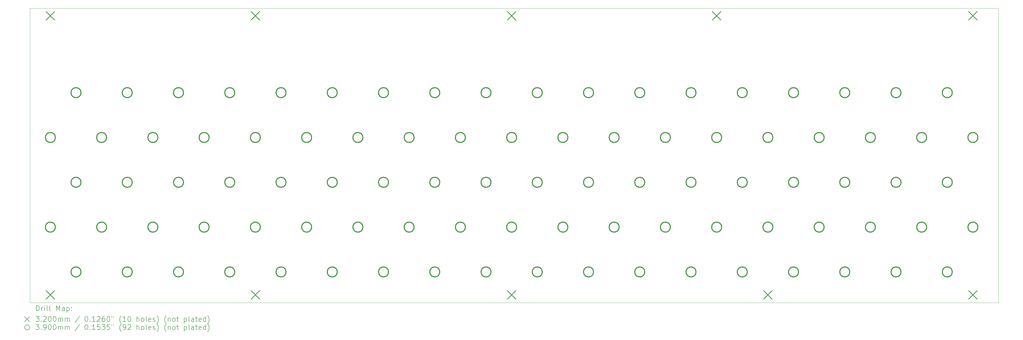
<source format=gbr>
%TF.GenerationSoftware,KiCad,Pcbnew,6.0.11+dfsg-1*%
%TF.CreationDate,2025-04-19T12:41:36+02:00*%
%TF.ProjectId,AkkordeonDiskant,416b6b6f-7264-4656-9f6e-4469736b616e,rev?*%
%TF.SameCoordinates,Original*%
%TF.FileFunction,Drillmap*%
%TF.FilePolarity,Positive*%
%FSLAX45Y45*%
G04 Gerber Fmt 4.5, Leading zero omitted, Abs format (unit mm)*
G04 Created by KiCad (PCBNEW 6.0.11+dfsg-1) date 2025-04-19 12:41:36*
%MOMM*%
%LPD*%
G01*
G04 APERTURE LIST*
%ADD10C,0.100000*%
%ADD11C,0.200000*%
%ADD12C,0.320000*%
%ADD13C,0.390000*%
G04 APERTURE END LIST*
D10*
X2200000Y-11700000D02*
X40000000Y-11700000D01*
X40000000Y-11700000D02*
X40000000Y-23200000D01*
X40000000Y-23200000D02*
X2200000Y-23200000D01*
X2200000Y-23200000D02*
X2200000Y-11700000D01*
D11*
D12*
X2840000Y-11840000D02*
X3160000Y-12160000D01*
X3160000Y-11840000D02*
X2840000Y-12160000D01*
X2840000Y-22740000D02*
X3160000Y-23060000D01*
X3160000Y-22740000D02*
X2840000Y-23060000D01*
X10840000Y-11840000D02*
X11160000Y-12160000D01*
X11160000Y-11840000D02*
X10840000Y-12160000D01*
X10840000Y-22740000D02*
X11160000Y-23060000D01*
X11160000Y-22740000D02*
X10840000Y-23060000D01*
X20840000Y-11840000D02*
X21160000Y-12160000D01*
X21160000Y-11840000D02*
X20840000Y-12160000D01*
X20840000Y-22740000D02*
X21160000Y-23060000D01*
X21160000Y-22740000D02*
X20840000Y-23060000D01*
X28840000Y-11840000D02*
X29160000Y-12160000D01*
X29160000Y-11840000D02*
X28840000Y-12160000D01*
X30840000Y-22740000D02*
X31160000Y-23060000D01*
X31160000Y-22740000D02*
X30840000Y-23060000D01*
X38840000Y-11840000D02*
X39160000Y-12160000D01*
X39160000Y-11840000D02*
X38840000Y-12160000D01*
X38840000Y-22740000D02*
X39160000Y-23060000D01*
X39160000Y-22740000D02*
X38840000Y-23060000D01*
D13*
X3195000Y-16750000D02*
G75*
G03*
X3195000Y-16750000I-195000J0D01*
G01*
X3195000Y-20250000D02*
G75*
G03*
X3195000Y-20250000I-195000J0D01*
G01*
X4195000Y-15000000D02*
G75*
G03*
X4195000Y-15000000I-195000J0D01*
G01*
X4195000Y-18500000D02*
G75*
G03*
X4195000Y-18500000I-195000J0D01*
G01*
X4195000Y-22000000D02*
G75*
G03*
X4195000Y-22000000I-195000J0D01*
G01*
X5195000Y-16750000D02*
G75*
G03*
X5195000Y-16750000I-195000J0D01*
G01*
X5195000Y-20250000D02*
G75*
G03*
X5195000Y-20250000I-195000J0D01*
G01*
X6195000Y-15000000D02*
G75*
G03*
X6195000Y-15000000I-195000J0D01*
G01*
X6195000Y-18500000D02*
G75*
G03*
X6195000Y-18500000I-195000J0D01*
G01*
X6195000Y-22000000D02*
G75*
G03*
X6195000Y-22000000I-195000J0D01*
G01*
X7195000Y-16750000D02*
G75*
G03*
X7195000Y-16750000I-195000J0D01*
G01*
X7195000Y-20250000D02*
G75*
G03*
X7195000Y-20250000I-195000J0D01*
G01*
X8195000Y-15000000D02*
G75*
G03*
X8195000Y-15000000I-195000J0D01*
G01*
X8195000Y-18500000D02*
G75*
G03*
X8195000Y-18500000I-195000J0D01*
G01*
X8195000Y-22000000D02*
G75*
G03*
X8195000Y-22000000I-195000J0D01*
G01*
X9195000Y-16750000D02*
G75*
G03*
X9195000Y-16750000I-195000J0D01*
G01*
X9195000Y-20250000D02*
G75*
G03*
X9195000Y-20250000I-195000J0D01*
G01*
X10195000Y-15000000D02*
G75*
G03*
X10195000Y-15000000I-195000J0D01*
G01*
X10195000Y-18500000D02*
G75*
G03*
X10195000Y-18500000I-195000J0D01*
G01*
X10195000Y-22000000D02*
G75*
G03*
X10195000Y-22000000I-195000J0D01*
G01*
X11195000Y-16750000D02*
G75*
G03*
X11195000Y-16750000I-195000J0D01*
G01*
X11195000Y-20250000D02*
G75*
G03*
X11195000Y-20250000I-195000J0D01*
G01*
X12195000Y-15000000D02*
G75*
G03*
X12195000Y-15000000I-195000J0D01*
G01*
X12195000Y-18500000D02*
G75*
G03*
X12195000Y-18500000I-195000J0D01*
G01*
X12195000Y-22000000D02*
G75*
G03*
X12195000Y-22000000I-195000J0D01*
G01*
X13195000Y-16750000D02*
G75*
G03*
X13195000Y-16750000I-195000J0D01*
G01*
X13195000Y-20250000D02*
G75*
G03*
X13195000Y-20250000I-195000J0D01*
G01*
X14195000Y-15000000D02*
G75*
G03*
X14195000Y-15000000I-195000J0D01*
G01*
X14195000Y-18500000D02*
G75*
G03*
X14195000Y-18500000I-195000J0D01*
G01*
X14195000Y-22000000D02*
G75*
G03*
X14195000Y-22000000I-195000J0D01*
G01*
X15195000Y-16750000D02*
G75*
G03*
X15195000Y-16750000I-195000J0D01*
G01*
X15195000Y-20250000D02*
G75*
G03*
X15195000Y-20250000I-195000J0D01*
G01*
X16195000Y-15000000D02*
G75*
G03*
X16195000Y-15000000I-195000J0D01*
G01*
X16195000Y-18500000D02*
G75*
G03*
X16195000Y-18500000I-195000J0D01*
G01*
X16195000Y-22000000D02*
G75*
G03*
X16195000Y-22000000I-195000J0D01*
G01*
X17195000Y-16750000D02*
G75*
G03*
X17195000Y-16750000I-195000J0D01*
G01*
X17195000Y-20250000D02*
G75*
G03*
X17195000Y-20250000I-195000J0D01*
G01*
X18195000Y-15000000D02*
G75*
G03*
X18195000Y-15000000I-195000J0D01*
G01*
X18195000Y-18500000D02*
G75*
G03*
X18195000Y-18500000I-195000J0D01*
G01*
X18195000Y-22000000D02*
G75*
G03*
X18195000Y-22000000I-195000J0D01*
G01*
X19195000Y-16750000D02*
G75*
G03*
X19195000Y-16750000I-195000J0D01*
G01*
X19195000Y-20250000D02*
G75*
G03*
X19195000Y-20250000I-195000J0D01*
G01*
X20195000Y-15000000D02*
G75*
G03*
X20195000Y-15000000I-195000J0D01*
G01*
X20195000Y-18500000D02*
G75*
G03*
X20195000Y-18500000I-195000J0D01*
G01*
X20195000Y-22000000D02*
G75*
G03*
X20195000Y-22000000I-195000J0D01*
G01*
X21195000Y-16750000D02*
G75*
G03*
X21195000Y-16750000I-195000J0D01*
G01*
X21195000Y-20250000D02*
G75*
G03*
X21195000Y-20250000I-195000J0D01*
G01*
X22195000Y-15000000D02*
G75*
G03*
X22195000Y-15000000I-195000J0D01*
G01*
X22195000Y-18500000D02*
G75*
G03*
X22195000Y-18500000I-195000J0D01*
G01*
X22195000Y-22000000D02*
G75*
G03*
X22195000Y-22000000I-195000J0D01*
G01*
X23195000Y-16750000D02*
G75*
G03*
X23195000Y-16750000I-195000J0D01*
G01*
X23195000Y-20250000D02*
G75*
G03*
X23195000Y-20250000I-195000J0D01*
G01*
X24195000Y-15000000D02*
G75*
G03*
X24195000Y-15000000I-195000J0D01*
G01*
X24195000Y-18500000D02*
G75*
G03*
X24195000Y-18500000I-195000J0D01*
G01*
X24195000Y-22000000D02*
G75*
G03*
X24195000Y-22000000I-195000J0D01*
G01*
X25195000Y-16750000D02*
G75*
G03*
X25195000Y-16750000I-195000J0D01*
G01*
X25195000Y-20250000D02*
G75*
G03*
X25195000Y-20250000I-195000J0D01*
G01*
X26195000Y-15000000D02*
G75*
G03*
X26195000Y-15000000I-195000J0D01*
G01*
X26195000Y-18500000D02*
G75*
G03*
X26195000Y-18500000I-195000J0D01*
G01*
X26195000Y-22000000D02*
G75*
G03*
X26195000Y-22000000I-195000J0D01*
G01*
X27195000Y-16750000D02*
G75*
G03*
X27195000Y-16750000I-195000J0D01*
G01*
X27195000Y-20250000D02*
G75*
G03*
X27195000Y-20250000I-195000J0D01*
G01*
X28195000Y-15000000D02*
G75*
G03*
X28195000Y-15000000I-195000J0D01*
G01*
X28195000Y-18500000D02*
G75*
G03*
X28195000Y-18500000I-195000J0D01*
G01*
X28195000Y-22000000D02*
G75*
G03*
X28195000Y-22000000I-195000J0D01*
G01*
X29195000Y-16750000D02*
G75*
G03*
X29195000Y-16750000I-195000J0D01*
G01*
X29195000Y-20250000D02*
G75*
G03*
X29195000Y-20250000I-195000J0D01*
G01*
X30195000Y-15000000D02*
G75*
G03*
X30195000Y-15000000I-195000J0D01*
G01*
X30195000Y-18500000D02*
G75*
G03*
X30195000Y-18500000I-195000J0D01*
G01*
X30195000Y-22000000D02*
G75*
G03*
X30195000Y-22000000I-195000J0D01*
G01*
X31195000Y-16750000D02*
G75*
G03*
X31195000Y-16750000I-195000J0D01*
G01*
X31195000Y-20250000D02*
G75*
G03*
X31195000Y-20250000I-195000J0D01*
G01*
X32195000Y-15000000D02*
G75*
G03*
X32195000Y-15000000I-195000J0D01*
G01*
X32195000Y-18500000D02*
G75*
G03*
X32195000Y-18500000I-195000J0D01*
G01*
X32195000Y-22000000D02*
G75*
G03*
X32195000Y-22000000I-195000J0D01*
G01*
X33195000Y-16750000D02*
G75*
G03*
X33195000Y-16750000I-195000J0D01*
G01*
X33195000Y-20250000D02*
G75*
G03*
X33195000Y-20250000I-195000J0D01*
G01*
X34195000Y-15000000D02*
G75*
G03*
X34195000Y-15000000I-195000J0D01*
G01*
X34195000Y-18500000D02*
G75*
G03*
X34195000Y-18500000I-195000J0D01*
G01*
X34195000Y-22000000D02*
G75*
G03*
X34195000Y-22000000I-195000J0D01*
G01*
X35195000Y-16750000D02*
G75*
G03*
X35195000Y-16750000I-195000J0D01*
G01*
X35195000Y-20250000D02*
G75*
G03*
X35195000Y-20250000I-195000J0D01*
G01*
X36195000Y-15000000D02*
G75*
G03*
X36195000Y-15000000I-195000J0D01*
G01*
X36195000Y-18500000D02*
G75*
G03*
X36195000Y-18500000I-195000J0D01*
G01*
X36195000Y-22000000D02*
G75*
G03*
X36195000Y-22000000I-195000J0D01*
G01*
X37195000Y-16750000D02*
G75*
G03*
X37195000Y-16750000I-195000J0D01*
G01*
X37195000Y-20250000D02*
G75*
G03*
X37195000Y-20250000I-195000J0D01*
G01*
X38195000Y-15000000D02*
G75*
G03*
X38195000Y-15000000I-195000J0D01*
G01*
X38195000Y-18500000D02*
G75*
G03*
X38195000Y-18500000I-195000J0D01*
G01*
X38195000Y-22000000D02*
G75*
G03*
X38195000Y-22000000I-195000J0D01*
G01*
X39195000Y-16750000D02*
G75*
G03*
X39195000Y-16750000I-195000J0D01*
G01*
X39195000Y-20250000D02*
G75*
G03*
X39195000Y-20250000I-195000J0D01*
G01*
D11*
X2452619Y-23515476D02*
X2452619Y-23315476D01*
X2500238Y-23315476D01*
X2528810Y-23325000D01*
X2547857Y-23344048D01*
X2557381Y-23363095D01*
X2566905Y-23401190D01*
X2566905Y-23429762D01*
X2557381Y-23467857D01*
X2547857Y-23486905D01*
X2528810Y-23505952D01*
X2500238Y-23515476D01*
X2452619Y-23515476D01*
X2652619Y-23515476D02*
X2652619Y-23382143D01*
X2652619Y-23420238D02*
X2662143Y-23401190D01*
X2671667Y-23391667D01*
X2690714Y-23382143D01*
X2709762Y-23382143D01*
X2776429Y-23515476D02*
X2776429Y-23382143D01*
X2776429Y-23315476D02*
X2766905Y-23325000D01*
X2776429Y-23334524D01*
X2785952Y-23325000D01*
X2776429Y-23315476D01*
X2776429Y-23334524D01*
X2900238Y-23515476D02*
X2881190Y-23505952D01*
X2871667Y-23486905D01*
X2871667Y-23315476D01*
X3005000Y-23515476D02*
X2985952Y-23505952D01*
X2976428Y-23486905D01*
X2976428Y-23315476D01*
X3233571Y-23515476D02*
X3233571Y-23315476D01*
X3300238Y-23458333D01*
X3366905Y-23315476D01*
X3366905Y-23515476D01*
X3547857Y-23515476D02*
X3547857Y-23410714D01*
X3538333Y-23391667D01*
X3519286Y-23382143D01*
X3481190Y-23382143D01*
X3462143Y-23391667D01*
X3547857Y-23505952D02*
X3528809Y-23515476D01*
X3481190Y-23515476D01*
X3462143Y-23505952D01*
X3452619Y-23486905D01*
X3452619Y-23467857D01*
X3462143Y-23448809D01*
X3481190Y-23439286D01*
X3528809Y-23439286D01*
X3547857Y-23429762D01*
X3643095Y-23382143D02*
X3643095Y-23582143D01*
X3643095Y-23391667D02*
X3662143Y-23382143D01*
X3700238Y-23382143D01*
X3719286Y-23391667D01*
X3728809Y-23401190D01*
X3738333Y-23420238D01*
X3738333Y-23477381D01*
X3728809Y-23496428D01*
X3719286Y-23505952D01*
X3700238Y-23515476D01*
X3662143Y-23515476D01*
X3643095Y-23505952D01*
X3824048Y-23496428D02*
X3833571Y-23505952D01*
X3824048Y-23515476D01*
X3814524Y-23505952D01*
X3824048Y-23496428D01*
X3824048Y-23515476D01*
X3824048Y-23391667D02*
X3833571Y-23401190D01*
X3824048Y-23410714D01*
X3814524Y-23401190D01*
X3824048Y-23391667D01*
X3824048Y-23410714D01*
X1995000Y-23745000D02*
X2195000Y-23945000D01*
X2195000Y-23745000D02*
X1995000Y-23945000D01*
X2433571Y-23735476D02*
X2557381Y-23735476D01*
X2490714Y-23811667D01*
X2519286Y-23811667D01*
X2538333Y-23821190D01*
X2547857Y-23830714D01*
X2557381Y-23849762D01*
X2557381Y-23897381D01*
X2547857Y-23916428D01*
X2538333Y-23925952D01*
X2519286Y-23935476D01*
X2462143Y-23935476D01*
X2443095Y-23925952D01*
X2433571Y-23916428D01*
X2643095Y-23916428D02*
X2652619Y-23925952D01*
X2643095Y-23935476D01*
X2633571Y-23925952D01*
X2643095Y-23916428D01*
X2643095Y-23935476D01*
X2728810Y-23754524D02*
X2738333Y-23745000D01*
X2757381Y-23735476D01*
X2805000Y-23735476D01*
X2824048Y-23745000D01*
X2833571Y-23754524D01*
X2843095Y-23773571D01*
X2843095Y-23792619D01*
X2833571Y-23821190D01*
X2719286Y-23935476D01*
X2843095Y-23935476D01*
X2966905Y-23735476D02*
X2985952Y-23735476D01*
X3005000Y-23745000D01*
X3014524Y-23754524D01*
X3024048Y-23773571D01*
X3033571Y-23811667D01*
X3033571Y-23859286D01*
X3024048Y-23897381D01*
X3014524Y-23916428D01*
X3005000Y-23925952D01*
X2985952Y-23935476D01*
X2966905Y-23935476D01*
X2947857Y-23925952D01*
X2938333Y-23916428D01*
X2928809Y-23897381D01*
X2919286Y-23859286D01*
X2919286Y-23811667D01*
X2928809Y-23773571D01*
X2938333Y-23754524D01*
X2947857Y-23745000D01*
X2966905Y-23735476D01*
X3157381Y-23735476D02*
X3176428Y-23735476D01*
X3195476Y-23745000D01*
X3205000Y-23754524D01*
X3214524Y-23773571D01*
X3224048Y-23811667D01*
X3224048Y-23859286D01*
X3214524Y-23897381D01*
X3205000Y-23916428D01*
X3195476Y-23925952D01*
X3176428Y-23935476D01*
X3157381Y-23935476D01*
X3138333Y-23925952D01*
X3128809Y-23916428D01*
X3119286Y-23897381D01*
X3109762Y-23859286D01*
X3109762Y-23811667D01*
X3119286Y-23773571D01*
X3128809Y-23754524D01*
X3138333Y-23745000D01*
X3157381Y-23735476D01*
X3309762Y-23935476D02*
X3309762Y-23802143D01*
X3309762Y-23821190D02*
X3319286Y-23811667D01*
X3338333Y-23802143D01*
X3366905Y-23802143D01*
X3385952Y-23811667D01*
X3395476Y-23830714D01*
X3395476Y-23935476D01*
X3395476Y-23830714D02*
X3405000Y-23811667D01*
X3424048Y-23802143D01*
X3452619Y-23802143D01*
X3471667Y-23811667D01*
X3481190Y-23830714D01*
X3481190Y-23935476D01*
X3576428Y-23935476D02*
X3576428Y-23802143D01*
X3576428Y-23821190D02*
X3585952Y-23811667D01*
X3605000Y-23802143D01*
X3633571Y-23802143D01*
X3652619Y-23811667D01*
X3662143Y-23830714D01*
X3662143Y-23935476D01*
X3662143Y-23830714D02*
X3671667Y-23811667D01*
X3690714Y-23802143D01*
X3719286Y-23802143D01*
X3738333Y-23811667D01*
X3747857Y-23830714D01*
X3747857Y-23935476D01*
X4138333Y-23725952D02*
X3966905Y-23983095D01*
X4395476Y-23735476D02*
X4414524Y-23735476D01*
X4433571Y-23745000D01*
X4443095Y-23754524D01*
X4452619Y-23773571D01*
X4462143Y-23811667D01*
X4462143Y-23859286D01*
X4452619Y-23897381D01*
X4443095Y-23916428D01*
X4433571Y-23925952D01*
X4414524Y-23935476D01*
X4395476Y-23935476D01*
X4376429Y-23925952D01*
X4366905Y-23916428D01*
X4357381Y-23897381D01*
X4347857Y-23859286D01*
X4347857Y-23811667D01*
X4357381Y-23773571D01*
X4366905Y-23754524D01*
X4376429Y-23745000D01*
X4395476Y-23735476D01*
X4547857Y-23916428D02*
X4557381Y-23925952D01*
X4547857Y-23935476D01*
X4538333Y-23925952D01*
X4547857Y-23916428D01*
X4547857Y-23935476D01*
X4747857Y-23935476D02*
X4633571Y-23935476D01*
X4690714Y-23935476D02*
X4690714Y-23735476D01*
X4671667Y-23764048D01*
X4652619Y-23783095D01*
X4633571Y-23792619D01*
X4824048Y-23754524D02*
X4833571Y-23745000D01*
X4852619Y-23735476D01*
X4900238Y-23735476D01*
X4919286Y-23745000D01*
X4928810Y-23754524D01*
X4938333Y-23773571D01*
X4938333Y-23792619D01*
X4928810Y-23821190D01*
X4814524Y-23935476D01*
X4938333Y-23935476D01*
X5109762Y-23735476D02*
X5071667Y-23735476D01*
X5052619Y-23745000D01*
X5043095Y-23754524D01*
X5024048Y-23783095D01*
X5014524Y-23821190D01*
X5014524Y-23897381D01*
X5024048Y-23916428D01*
X5033571Y-23925952D01*
X5052619Y-23935476D01*
X5090714Y-23935476D01*
X5109762Y-23925952D01*
X5119286Y-23916428D01*
X5128810Y-23897381D01*
X5128810Y-23849762D01*
X5119286Y-23830714D01*
X5109762Y-23821190D01*
X5090714Y-23811667D01*
X5052619Y-23811667D01*
X5033571Y-23821190D01*
X5024048Y-23830714D01*
X5014524Y-23849762D01*
X5252619Y-23735476D02*
X5271667Y-23735476D01*
X5290714Y-23745000D01*
X5300238Y-23754524D01*
X5309762Y-23773571D01*
X5319286Y-23811667D01*
X5319286Y-23859286D01*
X5309762Y-23897381D01*
X5300238Y-23916428D01*
X5290714Y-23925952D01*
X5271667Y-23935476D01*
X5252619Y-23935476D01*
X5233571Y-23925952D01*
X5224048Y-23916428D01*
X5214524Y-23897381D01*
X5205000Y-23859286D01*
X5205000Y-23811667D01*
X5214524Y-23773571D01*
X5224048Y-23754524D01*
X5233571Y-23745000D01*
X5252619Y-23735476D01*
X5395476Y-23735476D02*
X5395476Y-23773571D01*
X5471667Y-23735476D02*
X5471667Y-23773571D01*
X5766905Y-24011667D02*
X5757381Y-24002143D01*
X5738333Y-23973571D01*
X5728809Y-23954524D01*
X5719286Y-23925952D01*
X5709762Y-23878333D01*
X5709762Y-23840238D01*
X5719286Y-23792619D01*
X5728809Y-23764048D01*
X5738333Y-23745000D01*
X5757381Y-23716428D01*
X5766905Y-23706905D01*
X5947857Y-23935476D02*
X5833571Y-23935476D01*
X5890714Y-23935476D02*
X5890714Y-23735476D01*
X5871667Y-23764048D01*
X5852619Y-23783095D01*
X5833571Y-23792619D01*
X6071667Y-23735476D02*
X6090714Y-23735476D01*
X6109762Y-23745000D01*
X6119286Y-23754524D01*
X6128809Y-23773571D01*
X6138333Y-23811667D01*
X6138333Y-23859286D01*
X6128809Y-23897381D01*
X6119286Y-23916428D01*
X6109762Y-23925952D01*
X6090714Y-23935476D01*
X6071667Y-23935476D01*
X6052619Y-23925952D01*
X6043095Y-23916428D01*
X6033571Y-23897381D01*
X6024048Y-23859286D01*
X6024048Y-23811667D01*
X6033571Y-23773571D01*
X6043095Y-23754524D01*
X6052619Y-23745000D01*
X6071667Y-23735476D01*
X6376428Y-23935476D02*
X6376428Y-23735476D01*
X6462143Y-23935476D02*
X6462143Y-23830714D01*
X6452619Y-23811667D01*
X6433571Y-23802143D01*
X6405000Y-23802143D01*
X6385952Y-23811667D01*
X6376428Y-23821190D01*
X6585952Y-23935476D02*
X6566905Y-23925952D01*
X6557381Y-23916428D01*
X6547857Y-23897381D01*
X6547857Y-23840238D01*
X6557381Y-23821190D01*
X6566905Y-23811667D01*
X6585952Y-23802143D01*
X6614524Y-23802143D01*
X6633571Y-23811667D01*
X6643095Y-23821190D01*
X6652619Y-23840238D01*
X6652619Y-23897381D01*
X6643095Y-23916428D01*
X6633571Y-23925952D01*
X6614524Y-23935476D01*
X6585952Y-23935476D01*
X6766905Y-23935476D02*
X6747857Y-23925952D01*
X6738333Y-23906905D01*
X6738333Y-23735476D01*
X6919286Y-23925952D02*
X6900238Y-23935476D01*
X6862143Y-23935476D01*
X6843095Y-23925952D01*
X6833571Y-23906905D01*
X6833571Y-23830714D01*
X6843095Y-23811667D01*
X6862143Y-23802143D01*
X6900238Y-23802143D01*
X6919286Y-23811667D01*
X6928809Y-23830714D01*
X6928809Y-23849762D01*
X6833571Y-23868809D01*
X7005000Y-23925952D02*
X7024048Y-23935476D01*
X7062143Y-23935476D01*
X7081190Y-23925952D01*
X7090714Y-23906905D01*
X7090714Y-23897381D01*
X7081190Y-23878333D01*
X7062143Y-23868809D01*
X7033571Y-23868809D01*
X7014524Y-23859286D01*
X7005000Y-23840238D01*
X7005000Y-23830714D01*
X7014524Y-23811667D01*
X7033571Y-23802143D01*
X7062143Y-23802143D01*
X7081190Y-23811667D01*
X7157381Y-24011667D02*
X7166905Y-24002143D01*
X7185952Y-23973571D01*
X7195476Y-23954524D01*
X7205000Y-23925952D01*
X7214524Y-23878333D01*
X7214524Y-23840238D01*
X7205000Y-23792619D01*
X7195476Y-23764048D01*
X7185952Y-23745000D01*
X7166905Y-23716428D01*
X7157381Y-23706905D01*
X7519286Y-24011667D02*
X7509762Y-24002143D01*
X7490714Y-23973571D01*
X7481190Y-23954524D01*
X7471667Y-23925952D01*
X7462143Y-23878333D01*
X7462143Y-23840238D01*
X7471667Y-23792619D01*
X7481190Y-23764048D01*
X7490714Y-23745000D01*
X7509762Y-23716428D01*
X7519286Y-23706905D01*
X7595476Y-23802143D02*
X7595476Y-23935476D01*
X7595476Y-23821190D02*
X7605000Y-23811667D01*
X7624048Y-23802143D01*
X7652619Y-23802143D01*
X7671667Y-23811667D01*
X7681190Y-23830714D01*
X7681190Y-23935476D01*
X7805000Y-23935476D02*
X7785952Y-23925952D01*
X7776428Y-23916428D01*
X7766905Y-23897381D01*
X7766905Y-23840238D01*
X7776428Y-23821190D01*
X7785952Y-23811667D01*
X7805000Y-23802143D01*
X7833571Y-23802143D01*
X7852619Y-23811667D01*
X7862143Y-23821190D01*
X7871667Y-23840238D01*
X7871667Y-23897381D01*
X7862143Y-23916428D01*
X7852619Y-23925952D01*
X7833571Y-23935476D01*
X7805000Y-23935476D01*
X7928809Y-23802143D02*
X8005000Y-23802143D01*
X7957381Y-23735476D02*
X7957381Y-23906905D01*
X7966905Y-23925952D01*
X7985952Y-23935476D01*
X8005000Y-23935476D01*
X8224048Y-23802143D02*
X8224048Y-24002143D01*
X8224048Y-23811667D02*
X8243095Y-23802143D01*
X8281190Y-23802143D01*
X8300238Y-23811667D01*
X8309762Y-23821190D01*
X8319286Y-23840238D01*
X8319286Y-23897381D01*
X8309762Y-23916428D01*
X8300238Y-23925952D01*
X8281190Y-23935476D01*
X8243095Y-23935476D01*
X8224048Y-23925952D01*
X8433571Y-23935476D02*
X8414524Y-23925952D01*
X8405000Y-23906905D01*
X8405000Y-23735476D01*
X8595476Y-23935476D02*
X8595476Y-23830714D01*
X8585952Y-23811667D01*
X8566905Y-23802143D01*
X8528810Y-23802143D01*
X8509762Y-23811667D01*
X8595476Y-23925952D02*
X8576429Y-23935476D01*
X8528810Y-23935476D01*
X8509762Y-23925952D01*
X8500238Y-23906905D01*
X8500238Y-23887857D01*
X8509762Y-23868809D01*
X8528810Y-23859286D01*
X8576429Y-23859286D01*
X8595476Y-23849762D01*
X8662143Y-23802143D02*
X8738333Y-23802143D01*
X8690714Y-23735476D02*
X8690714Y-23906905D01*
X8700238Y-23925952D01*
X8719286Y-23935476D01*
X8738333Y-23935476D01*
X8881190Y-23925952D02*
X8862143Y-23935476D01*
X8824048Y-23935476D01*
X8805000Y-23925952D01*
X8795476Y-23906905D01*
X8795476Y-23830714D01*
X8805000Y-23811667D01*
X8824048Y-23802143D01*
X8862143Y-23802143D01*
X8881190Y-23811667D01*
X8890714Y-23830714D01*
X8890714Y-23849762D01*
X8795476Y-23868809D01*
X9062143Y-23935476D02*
X9062143Y-23735476D01*
X9062143Y-23925952D02*
X9043095Y-23935476D01*
X9005000Y-23935476D01*
X8985952Y-23925952D01*
X8976429Y-23916428D01*
X8966905Y-23897381D01*
X8966905Y-23840238D01*
X8976429Y-23821190D01*
X8985952Y-23811667D01*
X9005000Y-23802143D01*
X9043095Y-23802143D01*
X9062143Y-23811667D01*
X9138333Y-24011667D02*
X9147857Y-24002143D01*
X9166905Y-23973571D01*
X9176429Y-23954524D01*
X9185952Y-23925952D01*
X9195476Y-23878333D01*
X9195476Y-23840238D01*
X9185952Y-23792619D01*
X9176429Y-23764048D01*
X9166905Y-23745000D01*
X9147857Y-23716428D01*
X9138333Y-23706905D01*
X2195000Y-24165000D02*
G75*
G03*
X2195000Y-24165000I-100000J0D01*
G01*
X2433571Y-24055476D02*
X2557381Y-24055476D01*
X2490714Y-24131667D01*
X2519286Y-24131667D01*
X2538333Y-24141190D01*
X2547857Y-24150714D01*
X2557381Y-24169762D01*
X2557381Y-24217381D01*
X2547857Y-24236428D01*
X2538333Y-24245952D01*
X2519286Y-24255476D01*
X2462143Y-24255476D01*
X2443095Y-24245952D01*
X2433571Y-24236428D01*
X2643095Y-24236428D02*
X2652619Y-24245952D01*
X2643095Y-24255476D01*
X2633571Y-24245952D01*
X2643095Y-24236428D01*
X2643095Y-24255476D01*
X2747857Y-24255476D02*
X2785952Y-24255476D01*
X2805000Y-24245952D01*
X2814524Y-24236428D01*
X2833571Y-24207857D01*
X2843095Y-24169762D01*
X2843095Y-24093571D01*
X2833571Y-24074524D01*
X2824048Y-24065000D01*
X2805000Y-24055476D01*
X2766905Y-24055476D01*
X2747857Y-24065000D01*
X2738333Y-24074524D01*
X2728810Y-24093571D01*
X2728810Y-24141190D01*
X2738333Y-24160238D01*
X2747857Y-24169762D01*
X2766905Y-24179286D01*
X2805000Y-24179286D01*
X2824048Y-24169762D01*
X2833571Y-24160238D01*
X2843095Y-24141190D01*
X2966905Y-24055476D02*
X2985952Y-24055476D01*
X3005000Y-24065000D01*
X3014524Y-24074524D01*
X3024048Y-24093571D01*
X3033571Y-24131667D01*
X3033571Y-24179286D01*
X3024048Y-24217381D01*
X3014524Y-24236428D01*
X3005000Y-24245952D01*
X2985952Y-24255476D01*
X2966905Y-24255476D01*
X2947857Y-24245952D01*
X2938333Y-24236428D01*
X2928809Y-24217381D01*
X2919286Y-24179286D01*
X2919286Y-24131667D01*
X2928809Y-24093571D01*
X2938333Y-24074524D01*
X2947857Y-24065000D01*
X2966905Y-24055476D01*
X3157381Y-24055476D02*
X3176428Y-24055476D01*
X3195476Y-24065000D01*
X3205000Y-24074524D01*
X3214524Y-24093571D01*
X3224048Y-24131667D01*
X3224048Y-24179286D01*
X3214524Y-24217381D01*
X3205000Y-24236428D01*
X3195476Y-24245952D01*
X3176428Y-24255476D01*
X3157381Y-24255476D01*
X3138333Y-24245952D01*
X3128809Y-24236428D01*
X3119286Y-24217381D01*
X3109762Y-24179286D01*
X3109762Y-24131667D01*
X3119286Y-24093571D01*
X3128809Y-24074524D01*
X3138333Y-24065000D01*
X3157381Y-24055476D01*
X3309762Y-24255476D02*
X3309762Y-24122143D01*
X3309762Y-24141190D02*
X3319286Y-24131667D01*
X3338333Y-24122143D01*
X3366905Y-24122143D01*
X3385952Y-24131667D01*
X3395476Y-24150714D01*
X3395476Y-24255476D01*
X3395476Y-24150714D02*
X3405000Y-24131667D01*
X3424048Y-24122143D01*
X3452619Y-24122143D01*
X3471667Y-24131667D01*
X3481190Y-24150714D01*
X3481190Y-24255476D01*
X3576428Y-24255476D02*
X3576428Y-24122143D01*
X3576428Y-24141190D02*
X3585952Y-24131667D01*
X3605000Y-24122143D01*
X3633571Y-24122143D01*
X3652619Y-24131667D01*
X3662143Y-24150714D01*
X3662143Y-24255476D01*
X3662143Y-24150714D02*
X3671667Y-24131667D01*
X3690714Y-24122143D01*
X3719286Y-24122143D01*
X3738333Y-24131667D01*
X3747857Y-24150714D01*
X3747857Y-24255476D01*
X4138333Y-24045952D02*
X3966905Y-24303095D01*
X4395476Y-24055476D02*
X4414524Y-24055476D01*
X4433571Y-24065000D01*
X4443095Y-24074524D01*
X4452619Y-24093571D01*
X4462143Y-24131667D01*
X4462143Y-24179286D01*
X4452619Y-24217381D01*
X4443095Y-24236428D01*
X4433571Y-24245952D01*
X4414524Y-24255476D01*
X4395476Y-24255476D01*
X4376429Y-24245952D01*
X4366905Y-24236428D01*
X4357381Y-24217381D01*
X4347857Y-24179286D01*
X4347857Y-24131667D01*
X4357381Y-24093571D01*
X4366905Y-24074524D01*
X4376429Y-24065000D01*
X4395476Y-24055476D01*
X4547857Y-24236428D02*
X4557381Y-24245952D01*
X4547857Y-24255476D01*
X4538333Y-24245952D01*
X4547857Y-24236428D01*
X4547857Y-24255476D01*
X4747857Y-24255476D02*
X4633571Y-24255476D01*
X4690714Y-24255476D02*
X4690714Y-24055476D01*
X4671667Y-24084048D01*
X4652619Y-24103095D01*
X4633571Y-24112619D01*
X4928810Y-24055476D02*
X4833571Y-24055476D01*
X4824048Y-24150714D01*
X4833571Y-24141190D01*
X4852619Y-24131667D01*
X4900238Y-24131667D01*
X4919286Y-24141190D01*
X4928810Y-24150714D01*
X4938333Y-24169762D01*
X4938333Y-24217381D01*
X4928810Y-24236428D01*
X4919286Y-24245952D01*
X4900238Y-24255476D01*
X4852619Y-24255476D01*
X4833571Y-24245952D01*
X4824048Y-24236428D01*
X5005000Y-24055476D02*
X5128810Y-24055476D01*
X5062143Y-24131667D01*
X5090714Y-24131667D01*
X5109762Y-24141190D01*
X5119286Y-24150714D01*
X5128810Y-24169762D01*
X5128810Y-24217381D01*
X5119286Y-24236428D01*
X5109762Y-24245952D01*
X5090714Y-24255476D01*
X5033571Y-24255476D01*
X5014524Y-24245952D01*
X5005000Y-24236428D01*
X5309762Y-24055476D02*
X5214524Y-24055476D01*
X5205000Y-24150714D01*
X5214524Y-24141190D01*
X5233571Y-24131667D01*
X5281190Y-24131667D01*
X5300238Y-24141190D01*
X5309762Y-24150714D01*
X5319286Y-24169762D01*
X5319286Y-24217381D01*
X5309762Y-24236428D01*
X5300238Y-24245952D01*
X5281190Y-24255476D01*
X5233571Y-24255476D01*
X5214524Y-24245952D01*
X5205000Y-24236428D01*
X5395476Y-24055476D02*
X5395476Y-24093571D01*
X5471667Y-24055476D02*
X5471667Y-24093571D01*
X5766905Y-24331667D02*
X5757381Y-24322143D01*
X5738333Y-24293571D01*
X5728809Y-24274524D01*
X5719286Y-24245952D01*
X5709762Y-24198333D01*
X5709762Y-24160238D01*
X5719286Y-24112619D01*
X5728809Y-24084048D01*
X5738333Y-24065000D01*
X5757381Y-24036428D01*
X5766905Y-24026905D01*
X5852619Y-24255476D02*
X5890714Y-24255476D01*
X5909762Y-24245952D01*
X5919286Y-24236428D01*
X5938333Y-24207857D01*
X5947857Y-24169762D01*
X5947857Y-24093571D01*
X5938333Y-24074524D01*
X5928809Y-24065000D01*
X5909762Y-24055476D01*
X5871667Y-24055476D01*
X5852619Y-24065000D01*
X5843095Y-24074524D01*
X5833571Y-24093571D01*
X5833571Y-24141190D01*
X5843095Y-24160238D01*
X5852619Y-24169762D01*
X5871667Y-24179286D01*
X5909762Y-24179286D01*
X5928809Y-24169762D01*
X5938333Y-24160238D01*
X5947857Y-24141190D01*
X6024048Y-24074524D02*
X6033571Y-24065000D01*
X6052619Y-24055476D01*
X6100238Y-24055476D01*
X6119286Y-24065000D01*
X6128809Y-24074524D01*
X6138333Y-24093571D01*
X6138333Y-24112619D01*
X6128809Y-24141190D01*
X6014524Y-24255476D01*
X6138333Y-24255476D01*
X6376428Y-24255476D02*
X6376428Y-24055476D01*
X6462143Y-24255476D02*
X6462143Y-24150714D01*
X6452619Y-24131667D01*
X6433571Y-24122143D01*
X6405000Y-24122143D01*
X6385952Y-24131667D01*
X6376428Y-24141190D01*
X6585952Y-24255476D02*
X6566905Y-24245952D01*
X6557381Y-24236428D01*
X6547857Y-24217381D01*
X6547857Y-24160238D01*
X6557381Y-24141190D01*
X6566905Y-24131667D01*
X6585952Y-24122143D01*
X6614524Y-24122143D01*
X6633571Y-24131667D01*
X6643095Y-24141190D01*
X6652619Y-24160238D01*
X6652619Y-24217381D01*
X6643095Y-24236428D01*
X6633571Y-24245952D01*
X6614524Y-24255476D01*
X6585952Y-24255476D01*
X6766905Y-24255476D02*
X6747857Y-24245952D01*
X6738333Y-24226905D01*
X6738333Y-24055476D01*
X6919286Y-24245952D02*
X6900238Y-24255476D01*
X6862143Y-24255476D01*
X6843095Y-24245952D01*
X6833571Y-24226905D01*
X6833571Y-24150714D01*
X6843095Y-24131667D01*
X6862143Y-24122143D01*
X6900238Y-24122143D01*
X6919286Y-24131667D01*
X6928809Y-24150714D01*
X6928809Y-24169762D01*
X6833571Y-24188809D01*
X7005000Y-24245952D02*
X7024048Y-24255476D01*
X7062143Y-24255476D01*
X7081190Y-24245952D01*
X7090714Y-24226905D01*
X7090714Y-24217381D01*
X7081190Y-24198333D01*
X7062143Y-24188809D01*
X7033571Y-24188809D01*
X7014524Y-24179286D01*
X7005000Y-24160238D01*
X7005000Y-24150714D01*
X7014524Y-24131667D01*
X7033571Y-24122143D01*
X7062143Y-24122143D01*
X7081190Y-24131667D01*
X7157381Y-24331667D02*
X7166905Y-24322143D01*
X7185952Y-24293571D01*
X7195476Y-24274524D01*
X7205000Y-24245952D01*
X7214524Y-24198333D01*
X7214524Y-24160238D01*
X7205000Y-24112619D01*
X7195476Y-24084048D01*
X7185952Y-24065000D01*
X7166905Y-24036428D01*
X7157381Y-24026905D01*
X7519286Y-24331667D02*
X7509762Y-24322143D01*
X7490714Y-24293571D01*
X7481190Y-24274524D01*
X7471667Y-24245952D01*
X7462143Y-24198333D01*
X7462143Y-24160238D01*
X7471667Y-24112619D01*
X7481190Y-24084048D01*
X7490714Y-24065000D01*
X7509762Y-24036428D01*
X7519286Y-24026905D01*
X7595476Y-24122143D02*
X7595476Y-24255476D01*
X7595476Y-24141190D02*
X7605000Y-24131667D01*
X7624048Y-24122143D01*
X7652619Y-24122143D01*
X7671667Y-24131667D01*
X7681190Y-24150714D01*
X7681190Y-24255476D01*
X7805000Y-24255476D02*
X7785952Y-24245952D01*
X7776428Y-24236428D01*
X7766905Y-24217381D01*
X7766905Y-24160238D01*
X7776428Y-24141190D01*
X7785952Y-24131667D01*
X7805000Y-24122143D01*
X7833571Y-24122143D01*
X7852619Y-24131667D01*
X7862143Y-24141190D01*
X7871667Y-24160238D01*
X7871667Y-24217381D01*
X7862143Y-24236428D01*
X7852619Y-24245952D01*
X7833571Y-24255476D01*
X7805000Y-24255476D01*
X7928809Y-24122143D02*
X8005000Y-24122143D01*
X7957381Y-24055476D02*
X7957381Y-24226905D01*
X7966905Y-24245952D01*
X7985952Y-24255476D01*
X8005000Y-24255476D01*
X8224048Y-24122143D02*
X8224048Y-24322143D01*
X8224048Y-24131667D02*
X8243095Y-24122143D01*
X8281190Y-24122143D01*
X8300238Y-24131667D01*
X8309762Y-24141190D01*
X8319286Y-24160238D01*
X8319286Y-24217381D01*
X8309762Y-24236428D01*
X8300238Y-24245952D01*
X8281190Y-24255476D01*
X8243095Y-24255476D01*
X8224048Y-24245952D01*
X8433571Y-24255476D02*
X8414524Y-24245952D01*
X8405000Y-24226905D01*
X8405000Y-24055476D01*
X8595476Y-24255476D02*
X8595476Y-24150714D01*
X8585952Y-24131667D01*
X8566905Y-24122143D01*
X8528810Y-24122143D01*
X8509762Y-24131667D01*
X8595476Y-24245952D02*
X8576429Y-24255476D01*
X8528810Y-24255476D01*
X8509762Y-24245952D01*
X8500238Y-24226905D01*
X8500238Y-24207857D01*
X8509762Y-24188809D01*
X8528810Y-24179286D01*
X8576429Y-24179286D01*
X8595476Y-24169762D01*
X8662143Y-24122143D02*
X8738333Y-24122143D01*
X8690714Y-24055476D02*
X8690714Y-24226905D01*
X8700238Y-24245952D01*
X8719286Y-24255476D01*
X8738333Y-24255476D01*
X8881190Y-24245952D02*
X8862143Y-24255476D01*
X8824048Y-24255476D01*
X8805000Y-24245952D01*
X8795476Y-24226905D01*
X8795476Y-24150714D01*
X8805000Y-24131667D01*
X8824048Y-24122143D01*
X8862143Y-24122143D01*
X8881190Y-24131667D01*
X8890714Y-24150714D01*
X8890714Y-24169762D01*
X8795476Y-24188809D01*
X9062143Y-24255476D02*
X9062143Y-24055476D01*
X9062143Y-24245952D02*
X9043095Y-24255476D01*
X9005000Y-24255476D01*
X8985952Y-24245952D01*
X8976429Y-24236428D01*
X8966905Y-24217381D01*
X8966905Y-24160238D01*
X8976429Y-24141190D01*
X8985952Y-24131667D01*
X9005000Y-24122143D01*
X9043095Y-24122143D01*
X9062143Y-24131667D01*
X9138333Y-24331667D02*
X9147857Y-24322143D01*
X9166905Y-24293571D01*
X9176429Y-24274524D01*
X9185952Y-24245952D01*
X9195476Y-24198333D01*
X9195476Y-24160238D01*
X9185952Y-24112619D01*
X9176429Y-24084048D01*
X9166905Y-24065000D01*
X9147857Y-24036428D01*
X9138333Y-24026905D01*
M02*

</source>
